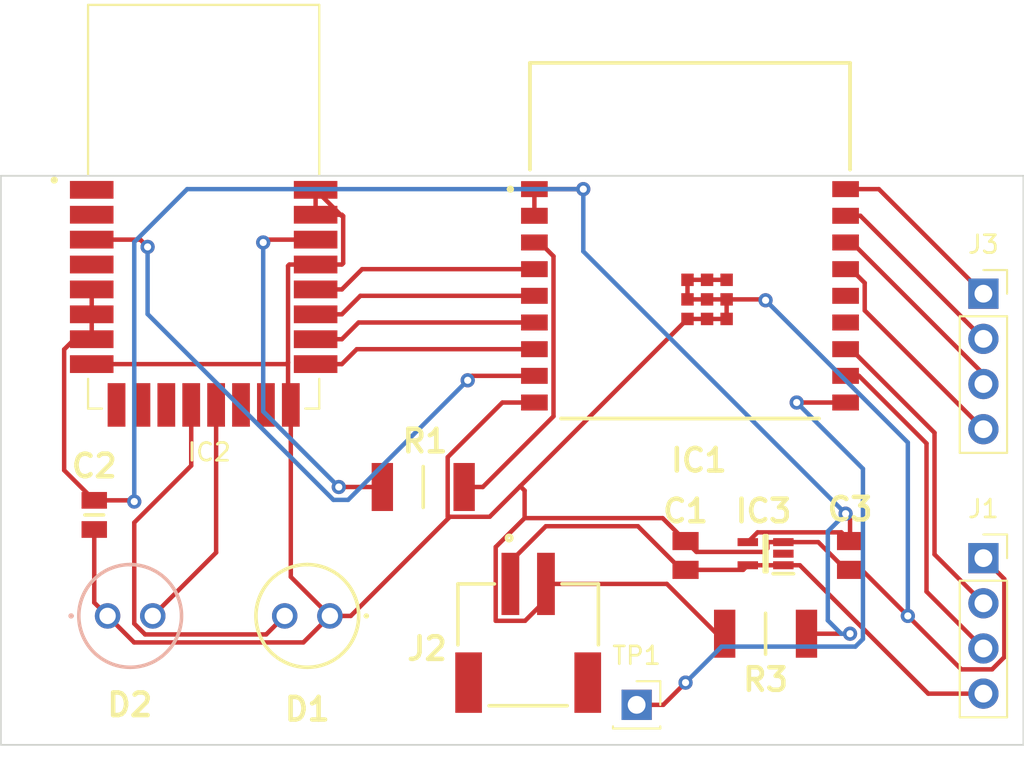
<source format=kicad_pcb>
(kicad_pcb (version 20221018) (generator pcbnew)
  (layers (0 "F.Cu" signal) (31 "B.Cu" signal) (34 "B.Paste" user) (35 "F.Paste" user) (36 "B.SilkS" user "B.Silkscreen") (37 "F.SilkS" user "F.Silkscreen") (38 "B.Mask" user) (39 "F.Mask" user) (44 "Edge.Cuts" user))
  (net 0 "")
  (net 1 "Net-(IC3-VIN)")
  (net 2 "GND")
  (net 3 "VDD")
  (net 4 "Net-(IC1-IO4)")
  (net 5 "Net-(IC1-IO5)")
  (net 6 "Net-(IC1-IO6)")
  (net 7 "Net-(IC1-IO7)")
  (net 8 "Net-(IC1-IO8)")
  (net 9 "Net-(IC1-IO9)")
  (net 10 "Net-(IC1-IO10)")
  (net 11 "Net-(IC1-RXD)")
  (net 12 "Net-(IC1-TXD)")
  (net 15 "Net-(IC1-IO0)")
  (net 16 "Net-(IC1-IO1)")
  (net 17 "Net-(IC1-IO2)")
  (net 18 "Net-(IC1-IO3)")
  (net 24 "Net-(D2-A)")
  (net 27 "Net-(D1-A)")
  (net 29 "Net-(IC2-GPIO8)")
  (footprint "Connector_PinSocket_2.54mm:PinSocket_1x01_P2.54mm_Vertical" (layer "F.Cu") (at 130.25 114.75)
    (fp_text reference "TP1" (at 0 -2.77) (layer "F.SilkS"))
    (fp_text value "Boot")
    (fp_line (start -1.33 1.21) (end -1.33 1.33) (stroke (width 0.12)) (layer "F.SilkS"))
    (fp_line (start -1.33 1.33) (end 1.33 1.33) (stroke (width 0.12)) (layer "F.SilkS"))
    (fp_line (start 0 -1.33) (end 1.33 -1.33) (stroke (width 0.12)) (layer "F.SilkS"))
    (fp_line (start 1.33 -1.33) (end 1.33 0) (stroke (width 0.12)) (layer "F.SilkS"))
    (fp_line (start 1.33 1.21) (end 1.33 1.33) (stroke (width 0.12)) (layer "F.SilkS"))
    (pad "1" thru_hole rect (at 0 0) (size 1.7 1.7) (drill 1) (layers "*.Cu" "*.Mask") (net 10 "Net-(IC1-IO10)"))
  )
  (footprint "led_footprint:QED123A4R0" (layer "F.Cu") (at 113 109.75)
    (fp_text reference "D1" (at -1.27 5.25) (layer "F.SilkS") (effects (font (size 1.27 1.27) (thickness 0.254))))
    (fp_text value "LED" hide)
    (fp_line (start -1.27 -2.888) (end -1.27 -2.888) (stroke (width 0.2)) (layer "F.SilkS"))
    (fp_line (start -1.27 2.888) (end -1.27 2.888) (stroke (width 0.2)) (layer "F.SilkS"))
    (fp_line (start 2 0) (end 2 0) (stroke (width 0.2)) (layer "F.SilkS"))
    (fp_line (start 2.1 0) (end 2.1 0) (stroke (width 0.2)) (layer "F.SilkS"))
    (fp_arc (start -1.27 -2.888) (mid 1.618 0) (end -1.27 2.888) (stroke (width 0.2)) (layer "F.SilkS"))
    (fp_arc (start -1.27 2.888) (mid -4.158 0) (end -1.27 -2.888) (stroke (width 0.2)) (layer "F.SilkS"))
    (fp_arc (start 2 0) (mid 2.05 -0.05) (end 2.1 0) (stroke (width 0.2)) (layer "F.SilkS"))
    (fp_arc (start 2.1 0) (mid 2.05 0.05) (end 2 0) (stroke (width 0.2)) (layer "F.SilkS"))
    (pad "1" thru_hole circle (at 0 0) (size 1.431 1.431) (drill 0.92) (layers "*.Cu" "*.Mask") (net 2 "GND"))
    (pad "2" thru_hole circle (at -2.54 0) (size 1.431 1.431) (drill 0.92) (layers "*.Cu" "*.Mask") (net 27 "Net-(D1-A)"))
  )
  (footprint "footprint:SOT65P210X110-5N" (layer "F.Cu") (at 137.5 106.25 180)
    (fp_text reference "IC3" (at 0.115 2.4) (layer "F.SilkS") (effects (font (size 1.27 1.27) (thickness 0.254))))
    (fp_text value "TC1017-3.3VLTTR" hide)
    (fp_line (start -1.575 -1.125) (end -0.425 -1.125) (stroke (width 0.2)) (layer "F.SilkS"))
    (fp_line (start -0.075 -1.012) (end 0.075 -1.012) (stroke (width 0.2)) (layer "F.SilkS"))
    (fp_line (start -0.075 1.012) (end -0.075 -1.012) (stroke (width 0.2)) (layer "F.SilkS"))
    (fp_line (start 0.075 -1.012) (end 0.075 1.012) (stroke (width 0.2)) (layer "F.SilkS"))
    (fp_line (start 0.075 1.012) (end -0.075 1.012) (stroke (width 0.2)) (layer "F.SilkS"))
    (pad "1" smd rect (at -1 -0.65 270) (size 0.45 1.15) (layers "F.Cu" "F.Paste" "F.Mask") (net 1 "Net-(IC3-VIN)"))
    (pad "2" smd rect (at -1 0 270) (size 0.45 1.15) (layers "F.Cu" "F.Paste" "F.Mask"))
    (pad "3" smd rect (at -1 0.65 270) (size 0.45 1.15) (layers "F.Cu" "F.Paste" "F.Mask") (net 2 "GND"))
    (pad "4" smd rect (at 1 0.65 270) (size 0.45 1.15) (layers "F.Cu" "F.Paste" "F.Mask") (net 3 "VDD"))
    (pad "5" smd rect (at 1 -0.65 270) (size 0.45 1.15) (layers "F.Cu" "F.Paste" "F.Mask") (net 1 "Net-(IC3-VIN)"))
  )
  (footprint "dwm3000_footprint:XCVR_DWM3000TR13" (layer "F.Cu") (at 105.9025 86.74)
    (fp_text reference "IC2" (at 0.315 13.8) (layer "F.SilkS"))
    (fp_text value "DWM3000TR13" hide)
    (fp_line (start -6.5 -11.35) (end 6.5 -11.35) (stroke (width 0.127)) (layer "F.SilkS"))
    (fp_line (start -6.5 -1.8) (end -6.5 -11.35) (stroke (width 0.127)) (layer "F.SilkS"))
    (fp_line (start -6.5 11.35) (end -6.5 9.68) (stroke (width 0.127)) (layer "F.SilkS"))
    (fp_line (start -5.72 11.35) (end -6.5 11.35) (stroke (width 0.127)) (layer "F.SilkS"))
    (fp_line (start 6.5 -11.35) (end 6.5 -1.8) (stroke (width 0.127)) (layer "F.SilkS"))
    (fp_line (start 6.5 9.68) (end 6.5 11.35) (stroke (width 0.127)) (layer "F.SilkS"))
    (fp_line (start 6.5 11.35) (end 5.72 11.35) (stroke (width 0.127)) (layer "F.SilkS"))
    (fp_circle (center -8.4 -1.5) (end -8.3 -1.5) (stroke (width 0.2)) (fill none) (layer "F.SilkS"))
    (pad "1" smd rect (at -6.295 -0.95) (size 2.45 1) (layers "F.Cu" "F.Paste" "F.Mask"))
    (pad "2" smd rect (at -6.295 0.45) (size 2.45 1) (layers "F.Cu" "F.Paste" "F.Mask"))
    (pad "3" smd rect (at -6.295 1.85) (size 2.45 1) (layers "F.Cu" "F.Paste" "F.Mask") (net 9 "Net-(IC1-IO9)"))
    (pad "4" smd rect (at -6.295 3.25) (size 2.45 1) (layers "F.Cu" "F.Paste" "F.Mask"))
    (pad "5" smd rect (at -6.295 4.65) (size 2.45 1) (layers "F.Cu" "F.Paste" "F.Mask") (net 3 "VDD"))
    (pad "6" smd rect (at -6.295 6.05) (size 2.45 1) (layers "F.Cu" "F.Paste" "F.Mask") (net 3 "VDD"))
    (pad "7" smd rect (at -6.295 7.45) (size 2.45 1) (layers "F.Cu" "F.Paste" "F.Mask") (net 3 "VDD"))
    (pad "8" smd rect (at -6.295 8.85) (size 2.45 1) (layers "F.Cu" "F.Paste" "F.Mask") (net 2 "GND"))
    (pad "9" smd rect (at -4.9 11.145) (size 1 2.45) (layers "F.Cu" "F.Paste" "F.Mask"))
    (pad "10" smd rect (at -3.5 11.145) (size 1 2.45) (layers "F.Cu" "F.Paste" "F.Mask"))
    (pad "11" smd rect (at -2.1 11.145) (size 1 2.45) (layers "F.Cu" "F.Paste" "F.Mask"))
    (pad "12" smd rect (at -0.7 11.145) (size 1 2.45) (layers "F.Cu" "F.Paste" "F.Mask") (net 27 "Net-(D1-A)"))
    (pad "13" smd rect (at 0.7 11.145) (size 1 2.45) (layers "F.Cu" "F.Paste" "F.Mask") (net 24 "Net-(D2-A)"))
    (pad "14" smd rect (at 2.1 11.145) (size 1 2.45) (layers "F.Cu" "F.Paste" "F.Mask"))
    (pad "15" smd rect (at 3.5 11.145) (size 1 2.45) (layers "F.Cu" "F.Paste" "F.Mask"))
    (pad "16" smd rect (at 4.9 11.145) (size 1 2.45) (layers "F.Cu" "F.Paste" "F.Mask") (net 2 "GND"))
    (pad "17" smd rect (at 6.295 8.85) (size 2.45 1) (layers "F.Cu" "F.Paste" "F.Mask") (net 8 "Net-(IC1-IO8)"))
    (pad "18" smd rect (at 6.295 7.45) (size 2.45 1) (layers "F.Cu" "F.Paste" "F.Mask") (net 7 "Net-(IC1-IO7)"))
    (pad "19" smd rect (at 6.295 6.05) (size 2.45 1) (layers "F.Cu" "F.Paste" "F.Mask") (net 6 "Net-(IC1-IO6)"))
    (pad "20" smd rect (at 6.295 4.65) (size 2.45 1) (layers "F.Cu" "F.Paste" "F.Mask") (net 5 "Net-(IC1-IO5)"))
    (pad "21" smd rect (at 6.295 3.25) (size 2.45 1) (layers "F.Cu" "F.Paste" "F.Mask") (net 2 "GND"))
    (pad "22" smd rect (at 6.295 1.85) (size 2.45 1) (layers "F.Cu" "F.Paste" "F.Mask") (net 29 "Net-(IC2-GPIO8)"))
    (pad "23" smd rect (at 6.295 0.45) (size 2.45 1) (layers "F.Cu" "F.Paste" "F.Mask") (net 2 "GND"))
    (pad "24" smd rect (at 6.295 -0.95) (size 2.45 1) (layers "F.Cu" "F.Paste" "F.Mask") (net 2 "GND"))
  )
  (footprint "Connector_PinSocket_2.54mm:PinSocket_1x04_P2.54mm_Vertical" (layer "F.Cu") (at 149.75 91.63)
    (fp_text reference "J3" (at 0 -2.77) (layer "F.SilkS"))
    (fp_text value "Conn_01x04_Pin" hide)
    (fp_line (start -1.33 1.27) (end -1.33 8.95) (stroke (width 0.12)) (layer "F.SilkS"))
    (fp_line (start -1.33 1.27) (end 1.33 1.27) (stroke (width 0.12)) (layer "F.SilkS"))
    (fp_line (start -1.33 8.95) (end 1.33 8.95) (stroke (width 0.12)) (layer "F.SilkS"))
    (fp_line (start 0 -1.33) (end 1.33 -1.33) (stroke (width 0.12)) (layer "F.SilkS"))
    (fp_line (start 1.33 -1.33) (end 1.33 0) (stroke (width 0.12)) (layer "F.SilkS"))
    (fp_line (start 1.33 1.27) (end 1.33 8.95) (stroke (width 0.12)) (layer "F.SilkS"))
    (pad "1" thru_hole rect (at 0 0) (size 1.7 1.7) (drill 1) (layers "*.Cu" "*.Mask") (net 15 "Net-(IC1-IO0)"))
    (pad "2" thru_hole oval (at 0 2.54) (size 1.7 1.7) (drill 1) (layers "*.Cu" "*.Mask") (net 16 "Net-(IC1-IO1)"))
    (pad "3" thru_hole oval (at 0 5.08) (size 1.7 1.7) (drill 1) (layers "*.Cu" "*.Mask") (net 17 "Net-(IC1-IO2)"))
    (pad "4" thru_hole oval (at 0 7.62) (size 1.7 1.7) (drill 1) (layers "*.Cu" "*.Mask") (net 18 "Net-(IC1-IO3)"))
  )
  (footprint "esp_32_c3_footprint:ESP32C3WROOM02N4" (layer "F.Cu") (at 134.21 91.95)
    (fp_text reference "IC1" (at -0.46 9.05) (layer "F.SilkS") (effects (font (size 1.27 1.27) (thickness 0.254))))
    (fp_text value "ESP32-C3-WROOM-02-N4" hide)
    (fp_line (start -11.16 -6.2) (end -11.16 -6.2) (stroke (width 0.2)) (layer "F.SilkS"))
    (fp_line (start -11.16 -6.2) (end -11.16 -6.2) (stroke (width 0.2)) (layer "F.SilkS"))
    (fp_line (start -10.96 -6.2) (end -10.96 -6.2) (stroke (width 0.2)) (layer "F.SilkS"))
    (fp_line (start -9.96 -13.3) (end -9.96 -13.3) (stroke (width 0.2)) (layer "F.SilkS"))
    (fp_line (start -9.96 -13.3) (end -9.96 -13.3) (stroke (width 0.2)) (layer "F.SilkS"))
    (fp_line (start -9.96 -13.3) (end -9.96 -7.3) (stroke (width 0.2)) (layer "F.SilkS"))
    (fp_line (start -9.96 -13.3) (end 8.04 -13.3) (stroke (width 0.2)) (layer "F.SilkS"))
    (fp_line (start -9.96 -7.3) (end -9.96 -13.3) (stroke (width 0.2)) (layer "F.SilkS"))
    (fp_line (start -9.96 -7.3) (end -9.96 -7.3) (stroke (width 0.2)) (layer "F.SilkS"))
    (fp_line (start -8.21 6.7) (end -8.21 6.7) (stroke (width 0.2)) (layer "F.SilkS"))
    (fp_line (start -8.21 6.7) (end 6.29 6.7) (stroke (width 0.2)) (layer "F.SilkS"))
    (fp_line (start 6.29 6.7) (end -8.21 6.7) (stroke (width 0.2)) (layer "F.SilkS"))
    (fp_line (start 6.29 6.7) (end 6.29 6.7) (stroke (width 0.2)) (layer "F.SilkS"))
    (fp_line (start 8.04 -13.3) (end -9.96 -13.3) (stroke (width 0.2)) (layer "F.SilkS"))
    (fp_line (start 8.04 -13.3) (end 8.04 -13.3) (stroke (width 0.2)) (layer "F.SilkS"))
    (fp_line (start 8.04 -13.3) (end 8.04 -13.3) (stroke (width 0.2)) (layer "F.SilkS"))
    (fp_line (start 8.04 -13.3) (end 8.04 -7.3) (stroke (width 0.2)) (layer "F.SilkS"))
    (fp_line (start 8.04 -7.3) (end 8.04 -13.3) (stroke (width 0.2)) (layer "F.SilkS"))
    (fp_line (start 8.04 -7.3) (end 8.04 -7.3) (stroke (width 0.2)) (layer "F.SilkS"))
    (fp_arc (start -11.16 -6.2) (mid -11.06 -6.3) (end -10.96 -6.2) (stroke (width 0.2)) (layer "F.SilkS"))
    (fp_arc (start -10.96 -6.2) (mid -11.06 -6.1) (end -11.16 -6.2) (stroke (width 0.2)) (layer "F.SilkS"))
    (fp_arc (start -10.96 -6.2) (mid -11.06 -6.1) (end -11.16 -6.2) (stroke (width 0.2)) (layer "F.SilkS"))
    (pad "1" smd rect (at -9.71 -6.2 90) (size 0.9 1.5) (layers "F.Cu" "F.Paste" "F.Mask") (net 3 "VDD"))
    (pad "2" smd rect (at -9.71 -4.7 90) (size 0.9 1.5) (layers "F.Cu" "F.Paste" "F.Mask") (net 3 "VDD"))
    (pad "3" smd rect (at -9.71 -3.2 90) (size 0.9 1.5) (layers "F.Cu" "F.Paste" "F.Mask") (net 4 "Net-(IC1-IO4)"))
    (pad "4" smd rect (at -9.71 -1.7 90) (size 0.9 1.5) (layers "F.Cu" "F.Paste" "F.Mask") (net 5 "Net-(IC1-IO5)"))
    (pad "5" smd rect (at -9.71 -0.2 90) (size 0.9 1.5) (layers "F.Cu" "F.Paste" "F.Mask") (net 6 "Net-(IC1-IO6)"))
    (pad "6" smd rect (at -9.71 1.3 90) (size 0.9 1.5) (layers "F.Cu" "F.Paste" "F.Mask") (net 7 "Net-(IC1-IO7)"))
    (pad "7" smd rect (at -9.71 2.8 90) (size 0.9 1.5) (layers "F.Cu" "F.Paste" "F.Mask") (net 8 "Net-(IC1-IO8)"))
    (pad "8" smd rect (at -9.71 4.3 90) (size 0.9 1.5) (layers "F.Cu" "F.Paste" "F.Mask") (net 9 "Net-(IC1-IO9)"))
    (pad "9" smd rect (at -9.71 5.8 90) (size 0.9 1.5) (layers "F.Cu" "F.Paste" "F.Mask") (net 2 "GND"))
    (pad "10" smd rect (at 7.79 5.8 90) (size 0.9 1.5) (layers "F.Cu" "F.Paste" "F.Mask") (net 10 "Net-(IC1-IO10)"))
    (pad "11" smd rect (at 7.79 4.3 90) (size 0.9 1.5) (layers "F.Cu" "F.Paste" "F.Mask") (net 11 "Net-(IC1-RXD)"))
    (pad "12" smd rect (at 7.79 2.8 90) (size 0.9 1.5) (layers "F.Cu" "F.Paste" "F.Mask") (net 12 "Net-(IC1-TXD)"))
    (pad "13" smd rect (at 7.79 1.3 90) (size 0.9 1.5) (layers "F.Cu" "F.Paste" "F.Mask"))
    (pad "14" smd rect (at 7.79 -0.2 90) (size 0.9 1.5) (layers "F.Cu" "F.Paste" "F.Mask"))
    (pad "15" smd rect (at 7.79 -1.7 90) (size 0.9 1.5) (layers "F.Cu" "F.Paste" "F.Mask") (net 18 "Net-(IC1-IO3)"))
    (pad "16" smd rect (at 7.79 -3.2 90) (size 0.9 1.5) (layers "F.Cu" "F.Paste" "F.Mask") (net 17 "Net-(IC1-IO2)"))
    (pad "17" smd rect (at 7.79 -4.7 90) (size 0.9 1.5) (layers "F.Cu" "F.Paste" "F.Mask") (net 16 "Net-(IC1-IO1)"))
    (pad "18" smd rect (at 7.79 -6.2 90) (size 0.9 1.5) (layers "F.Cu" "F.Paste" "F.Mask") (net 15 "Net-(IC1-IO0)"))
    (pad "19" smd rect (at 0 0 90) (size 0.7 0.7) (layers "F.Cu" "F.Paste" "F.Mask") (net 2 "GND"))
    (pad "20" smd rect (at 1.1 0 90) (size 0.7 0.7) (layers "F.Cu" "F.Paste" "F.Mask") (net 2 "GND"))
    (pad "21" smd rect (at 1.1 -1.1 90) (size 0.7 0.7) (layers "F.Cu" "F.Paste" "F.Mask") (net 2 "GND"))
    (pad "22" smd rect (at 0 -1.1 90) (size 0.7 0.7) (layers "F.Cu" "F.Paste" "F.Mask") (net 2 "GND"))
    (pad "23" smd rect (at -1.1 -1.1 90) (size 0.7 0.7) (layers "F.Cu" "F.Paste" "F.Mask") (net 2 "GND"))
    (pad "24" smd rect (at -1.1 0 90) (size 0.7 0.7) (layers "F.Cu" "F.Paste" "F.Mask") (net 2 "GND"))
    (pad "25" smd rect (at -1.1 1.1 90) (size 0.7 0.7) (layers "F.Cu" "F.Paste" "F.Mask") (net 2 "GND"))
    (pad "26" smd rect (at 0 1.1 90) (size 0.7 0.7) (layers "F.Cu" "F.Paste" "F.Mask") (net 2 "GND"))
    (pad "27" smd rect (at 1.1 1.1 90) (size 0.7 0.7) (layers "F.Cu" "F.Paste" "F.Mask") (net 2 "GND"))
  )
  (footprint "10uF_footprint:CAPC2012X140N" (layer "F.Cu") (at 99.75 104.07 -90)
    (fp_text reference "C2" (at -2.75 0 -180) (layer "F.SilkS") (effects (font (size 1.27 1.27) (thickness 0.254))))
    (fp_text value "10uF" hide)
    (fp_line (start 0 -0.525) (end 0 0.525) (stroke (width 0.2)) (layer "F.SilkS"))
    (pad "1" smd rect (at -0.82 0 270) (size 0.94 1.43) (layers "F.Cu" "F.Paste" "F.Mask") (net 3 "VDD"))
    (pad "2" smd rect (at 0.82 0 270) (size 0.94 1.43) (layers "F.Cu" "F.Paste" "F.Mask") (net 2 "GND"))
  )
  (footprint "Connector_PinSocket_2.54mm:PinSocket_1x04_P2.54mm_Vertical" (layer "F.Cu") (at 149.75 106.5)
    (fp_text reference "J1" (at 0 -2.77) (layer "F.SilkS"))
    (fp_text value "Conn_01x04_Pin" hide)
    (fp_line (start -1.33 1.27) (end -1.33 8.95) (stroke (width 0.12)) (layer "F.SilkS"))
    (fp_line (start -1.33 1.27) (end 1.33 1.27) (stroke (width 0.12)) (layer "F.SilkS"))
    (fp_line (start -1.33 8.95) (end 1.33 8.95) (stroke (width 0.12)) (layer "F.SilkS"))
    (fp_line (start 0 -1.33) (end 1.33 -1.33) (stroke (width 0.12)) (layer "F.SilkS"))
    (fp_line (start 1.33 -1.33) (end 1.33 0) (stroke (width 0.12)) (layer "F.SilkS"))
    (fp_line (start 1.33 1.27) (end 1.33 8.95) (stroke (width 0.12)) (layer "F.SilkS"))
    (pad "1" thru_hole rect (at 0 0) (size 1.7 1.7) (drill 1) (layers "*.Cu" "*.Mask") (net 2 "GND"))
    (pad "2" thru_hole oval (at 0 2.54) (size 1.7 1.7) (drill 1) (layers "*.Cu" "*.Mask") (net 12 "Net-(IC1-TXD)"))
    (pad "3" thru_hole oval (at 0 5.08) (size 1.7 1.7) (drill 1) (layers "*.Cu" "*.Mask") (net 11 "Net-(IC1-RXD)"))
    (pad "4" thru_hole oval (at 0 7.62) (size 1.7 1.7) (drill 1) (layers "*.Cu" "*.Mask") (net 1 "Net-(IC3-VIN)"))
  )
  (footprint "lipo_charger_footprint:1769" (layer "F.Cu") (at 124.15 107.95)
    (fp_text reference "J2" (at -5.685 3.641) (layer "F.SilkS") (effects (font (size 1.27 1.27) (thickness 0.254))))
    (fp_text value "1769" hide)
    (fp_line (start -3.95 0) (end -3.95 3.425) (stroke (width 0.2)) (layer "F.SilkS"))
    (fp_line (start -3.95 0) (end -1.9 0) (stroke (width 0.2)) (layer "F.SilkS"))
    (fp_line (start -2.196 6.849) (end 2.196 6.849) (stroke (width 0.2)) (layer "F.SilkS"))
    (fp_line (start 3.95 0) (end 1.9 0) (stroke (width 0.2)) (layer "F.SilkS"))
    (fp_line (start 3.95 0) (end 3.95 3.425) (stroke (width 0.2)) (layer "F.SilkS"))
    (fp_circle (center -1.069 -2.582) (end -1.069 -2.53) (stroke (width 0.2)) (fill none) (layer "F.SilkS"))
    (pad "1" smd rect (at -1 0) (size 1 3.5) (layers "F.Cu" "F.Paste" "F.Mask") (net 1 "Net-(IC3-VIN)"))
    (pad "2" smd rect (at 1 0) (size 1 3.5) (layers "F.Cu" "F.Paste" "F.Mask") (net 2 "GND"))
    (pad "3" smd rect (at -3.35 5.55) (size 1.5 3.4) (layers "F.Cu" "F.Paste" "F.Mask"))
    (pad "4" smd rect (at 3.35 5.55) (size 1.5 3.4) (layers "F.Cu" "F.Paste" "F.Mask"))
  )
  (footprint "100nF_footprint:CAPC2012X94N" (layer "F.Cu") (at 133 106.35 90)
    (fp_text reference "C1" (at 2.5 0 180) (layer "F.SilkS") (effects (font (size 1.27 1.27) (thickness 0.254))))
    (fp_text value "100nF" hide)
    (pad "1" smd rect (at -0.81 0 90) (size 1.02 1.47) (layers "F.Cu" "F.Paste" "F.Mask") (net 1 "Net-(IC3-VIN)"))
    (pad "2" smd rect (at 0.81 0 90) (size 1.02 1.47) (layers "F.Cu" "F.Paste" "F.Mask") (net 2 "GND"))
  )
  (footprint "100kOhm_footprint:RESC5025X65N" (layer "F.Cu") (at 137.5 110.75 180)
    (fp_text reference "R3" (at 0 -2.58) (layer "F.SilkS") (effects (font (size 1.27 1.27) (thickness 0.254))))
    (fp_text value "100k Ohm" hide)
    (fp_line (start 0 -1.15) (end 0 1.15) (stroke (width 0.2)) (layer "F.SilkS"))
    (pad "1" smd rect (at -2.3 0 180) (size 1.2 2.7) (layers "F.Cu" "F.Paste" "F.Mask") (net 3 "VDD"))
    (pad "2" smd rect (at 2.3 0 180) (size 1.2 2.7) (layers "F.Cu" "F.Paste" "F.Mask") (net 2 "GND"))
  )
  (footprint "100kOhm_footprint:RESC5025X65N" (layer "F.Cu") (at 118.25 102.5)
    (fp_text reference "R1" (at 0.1 -2.58) (layer "F.SilkS") (effects (font (size 1.27 1.27) (thickness 0.254))))
    (fp_text value "100k Ohm" hide)
    (fp_line (start 0 -1.15) (end 0 1.15) (stroke (width 0.2)) (layer "F.SilkS"))
    (pad "1" smd rect (at -2.3 0) (size 1.2 2.7) (layers "F.Cu" "F.Paste" "F.Mask") (net 29 "Net-(IC2-GPIO8)"))
    (pad "2" smd rect (at 2.3 0) (size 1.2 2.7) (layers "F.Cu" "F.Paste" "F.Mask") (net 4 "Net-(IC1-IO4)"))
  )
  (footprint "100nF_footprint:CAPC2012X94N" (layer "F.Cu") (at 142.25 106.35 -90)
    (fp_text reference "C3" (at -2.6 0) (layer "F.SilkS") (effects (font (size 1.27 1.27) (thickness 0.254))))
    (fp_text value "100nF" hide)
    (pad "1" smd rect (at -0.81 0 270) (size 1.02 1.47) (layers "F.Cu" "F.Paste" "F.Mask") (net 3 "VDD"))
    (pad "2" smd rect (at 0.81 0 270) (size 1.02 1.47) (layers "F.Cu" "F.Paste" "F.Mask") (net 2 "GND"))
  )
  (footprint "led_footprint:QED123A4R0" (layer "B.Cu") (at 100.5 109.75 180)
    (fp_text reference "D2" (at -1.25 -5) (layer "F.SilkS") (effects (font (size 1.27 1.27) (thickness 0.254))))
    (fp_text value "LED" hide)
    (fp_line (start -1.27 -2.888) (end -1.27 -2.888) (stroke (width 0.2)) (layer "B.SilkS"))
    (fp_line (start -1.27 2.888) (end -1.27 2.888) (stroke (width 0.2)) (layer "B.SilkS"))
    (fp_line (start 2 0) (end 2 0) (stroke (width 0.2)) (layer "B.SilkS"))
    (fp_line (start 2.1 0) (end 2.1 0) (stroke (width 0.2)) (layer "B.SilkS"))
    (fp_arc (start -1.27 -2.888) (mid 1.618 0) (end -1.27 2.888) (stroke (width 0.2)) (layer "B.SilkS"))
    (fp_arc (start -1.27 2.888) (mid -4.158 0) (end -1.27 -2.888) (stroke (width 0.2)) (layer "B.SilkS"))
    (fp_arc (start 2 0) (mid 2.05 -0.05) (end 2.1 0) (stroke (width 0.2)) (layer "B.SilkS"))
    (fp_arc (start 2.1 0) (mid 2.05 0.05) (end 2 0) (stroke (width 0.2)) (layer "B.SilkS"))
    (pad "1" thru_hole circle (at 0 0 180) (size 1.431 1.431) (drill 0.92) (layers "*.Cu" "*.Mask") (net 2 "GND"))
    (pad "2" thru_hole circle (at -2.54 0 180) (size 1.431 1.431) (drill 0.92) (layers "*.Cu" "*.Mask") (net 24 "Net-(D2-A)"))
  )
  (gr_rect (start 94.5 85) (end 152 117) (stroke (width 0.1)) (fill none) (layer "Edge.Cuts"))
  (segment (start 123.15 106.7) (end 125.145 104.705) (width 0.25) (layer "F.Cu") (net 1))
  (segment (start 138.5 106.9) (end 136.5 106.9) (width 0.25) (layer "F.Cu") (net 1))
  (segment (start 130.32 104.705) (end 132.775 107.16) (width 0.25) (layer "F.Cu") (net 1))
  (segment (start 132.775 107.16) (end 133 107.16) (width 0.25) (layer "F.Cu") (net 1))
  (segment (start 139.425305 106.9) (end 138.5 106.9) (width 0.25) (layer "F.Cu") (net 1))
  (segment (start 133 107.16) (end 136.24 107.16) (width 0.25) (layer "F.Cu") (net 1))
  (segment (start 146.645305 114.12) (end 139.425305 106.9) (width 0.25) (layer "F.Cu") (net 1))
  (segment (start 136.24 107.16) (end 136.5 106.9) (width 0.25) (layer "F.Cu") (net 1))
  (segment (start 149.75 114.12) (end 146.645305 114.12) (width 0.25) (layer "F.Cu") (net 1))
  (segment (start 125.145 104.705) (end 130.32 104.705) (width 0.25) (layer "F.Cu") (net 1))
  (segment (start 123.15 107.95) (end 123.15 106.7) (width 0.25) (layer "F.Cu") (net 1))
  (segment (start 123.705 102.455) (end 133.11 93.05) (width 0.25) (layer "F.Cu") (net 2))
  (segment (start 149.75 106.5) (end 150.925 107.675) (width 0.25) (layer "F.Cu") (net 2))
  (segment (start 137.6 105.95) (end 137.4 106.15) (width 0.25) (layer "F.Cu") (net 2))
  (segment (start 125.15 108.85) (end 125.15 107.95) (width 0.25) (layer "F.Cu") (net 2))
  (segment (start 113.6725 89.99) (end 112.1975 89.99) (width 0.25) (layer "F.Cu") (net 2))
  (segment (start 131.95 107.95) (end 125.15 107.95) (width 0.25) (layer "F.Cu") (net 2))
  (segment (start 111.5095 111.2405) (end 101.9905 111.2405) (width 0.25) (layer "F.Cu") (net 2))
  (segment (start 101.9905 111.2405) (end 99.75 109) (width 0.25) (layer "F.Cu") (net 2))
  (segment (start 142.91 107.16) (end 142.25 107.16) (width 0.25) (layer "F.Cu") (net 2))
  (segment (start 124.5 97.75) (end 122.7 97.75) (width 0.25) (layer "F.Cu") (net 2))
  (segment (start 142.25 107.16) (end 142.025 107.16) (width 0.25) (layer "F.Cu") (net 2))
  (segment (start 135.31 91.95) (end 137.45 91.95) (width 0.25) (layer "F.Cu") (net 2))
  (segment (start 123.95 102.7) (end 123.705 102.455) (width 0.25) (layer "F.Cu") (net 2))
  (segment (start 135.31 90.85) (end 134.21 90.85) (width 0.25) (layer "F.Cu") (net 2))
  (segment (start 145.5 109.75) (end 142.91 107.16) (width 0.25) (layer "F.Cu") (net 2))
  (segment (start 113.7475 89.915) (end 113.6725 89.99) (width 0.25) (layer "F.Cu") (net 2))
  (segment (start 123.95 104.25) (end 122.325 105.875) (width 0.25) (layer "F.Cu") (net 2))
  (segment (start 134.75 110.75) (end 131.95 107.95) (width 0.25) (layer "F.Cu") (net 2))
  (segment (start 113.7475 87.265) (end 113.7475 89.915) (width 0.25) (layer "F.Cu") (net 2))
  (segment (start 133.61 106.15) (end 133 105.54) (width 0.25) (layer "F.Cu") (net 2))
  (segment (start 134.21 91.95) (end 135.31 91.95) (width 0.25) (layer "F.Cu") (net 2))
  (segment (start 133.11 90.85) (end 133.11 91.95) (width 0.25) (layer "F.Cu") (net 2))
  (segment (start 131.71 104.25) (end 133 105.54) (width 0.25) (layer "F.Cu") (net 2))
  (segment (start 137.4 106.15) (end 133.61 106.15) (width 0.25) (layer "F.Cu") (net 2))
  (segment (start 110.6475 97.73) (end 110.6475 95.5) (width 0.25) (layer "F.Cu") (net 2))
  (segment (start 121.985 104.175) (end 123.705 102.455) (width 0.25) (layer "F.Cu") (net 2))
  (segment (start 112.1975 87.19) (end 113.6725 87.19) (width 0.25) (layer "F.Cu") (net 2))
  (segment (start 122.7 97.75) (end 119.625 100.825) (width 0.25) (layer "F.Cu") (net 2))
  (segment (start 112.1975 87.19) (end 112.1975 85.79) (width 0.25) (layer "F.Cu") (net 2))
  (segment (start 123.95 104.25) (end 131.71 104.25) (width 0.25) (layer "F.Cu") (net 2))
  (segment (start 110.6475 95.5) (end 110.6475 90.065) (width 0.25) (layer "F.Cu") (net 2))
  (segment (start 99.75 109) (end 99.75 104.89) (width 0.25) (layer "F.Cu") (net 2))
  (segment (start 110.8025 97.885) (end 110.6475 97.73) (width 0.25) (layer "F.Cu") (net 2))
  (segment (start 137.6 105.675) (end 137.6 105.95) (width 0.25) (layer "F.Cu") (net 2))
  (segment (start 119.75 104.175) (end 121.985 104.175) (width 0.25) (layer "F.Cu") (net 2))
  (segment (start 112.1975 85.79) (end 113.6575 87.25) (width 0.25) (layer "F.Cu") (net 2))
  (segment (start 137.675 105.6) (end 137.6 105.675) (width 0.25) (layer "F.Cu") (net 2))
  (segment (start 119.625 100.825) (end 119.625 104.175) (width 0.25) (layer "F.Cu") (net 2))
  (segment (start 122.325 105.875) (end 122.325 110.025) (width 0.25) (layer "F.Cu") (net 2))
  (segment (start 113 109.75) (end 110.8025 107.5525) (width 0.25) (layer "F.Cu") (net 2))
  (segment (start 148.505 112.755) (end 145.5 109.75) (width 0.25) (layer "F.Cu") (net 2))
  (segment (start 119.625 104.175) (end 119.75 104.175) (width 0.25) (layer "F.Cu") (net 2))
  (segment (start 150.236701 112.755) (end 148.505 112.755) (width 0.25) (layer "F.Cu") (net 2))
  (segment (start 110.6475 90.065) (end 110.7225 89.99) (width 0.25) (layer "F.Cu") (net 2))
  (segment (start 113 109.75) (end 114.175 109.75) (width 0.25) (layer "F.Cu") (net 2))
  (segment (start 122.325 110.025) (end 123.975 110.025) (width 0.25) (layer "F.Cu") (net 2))
  (segment (start 138.5 105.6) (end 137.675 105.6) (width 0.25) (layer "F.Cu") (net 2))
  (segment (start 123.95 104.25) (end 123.95 102.7) (width 0.25) (layer "F.Cu") (net 2))
  (segment (start 135.2 110.75) (end 134.75 110.75) (width 0.25) (layer "F.Cu") (net 2))
  (segment (start 135.31 93.05) (end 134.21 93.05) (width 0.25) (layer "F.Cu") (net 2))
  (segment (start 99.6075 95.59) (end 110.5575 95.59) (width 0.25) (layer "F.Cu") (net 2))
  (segment (start 140.465 105.6) (end 138.5 105.6) (width 0.25) (layer "F.Cu") (net 2))
  (segment (start 113.6725 87.19) (end 113.7475 87.265) (width 0.25) (layer "F.Cu") (net 2))
  (segment (start 142.025 107.16) (end 140.465 105.6) (width 0.25) (layer "F.Cu") (net 2))
  (segment (start 110.8025 107.5525) (end 110.8025 97.885) (width 0.25) (layer "F.Cu") (net 2))
  (segment (start 110.7225 89.99) (end 112.1975 89.99) (width 0.25) (layer "F.Cu") (net 2))
  (segment (start 133.11 91.95) (end 134.21 91.95) (width 0.25) (layer "F.Cu") (net 2))
  (segment (start 150.925 107.675) (end 150.925 112.066701) (width 0.25) (layer "F.Cu") (net 2))
  (segment (start 135.31 91.95) (end 135.31 93.05) (width 0.25) (layer "F.Cu") (net 2))
  (segment (start 150.925 112.066701) (end 150.236701 112.755) (width 0.25) (layer "F.Cu") (net 2))
  (segment (start 113 109.75) (end 111.5095 111.2405) (width 0.25) (layer "F.Cu") (net 2))
  (segment (start 134.21 93.05) (end 133.11 93.05) (width 0.25) (layer "F.Cu") (net 2))
  (segment (start 114.175 109.75) (end 119.75 104.175) (width 0.25) (layer "F.Cu") (net 2))
  (segment (start 110.5575 95.59) (end 110.6475 95.5) (width 0.25) (layer "F.Cu") (net 2))
  (segment (start 123.975 110.025) (end 125.15 108.85) (width 0.25) (layer "F.Cu") (net 2))
  (segment (start 137.45 91.95) (end 137.5 92) (width 0.25) (layer "F.Cu") (net 2))
  (segment (start 133.11 90.85) (end 134.21 90.85) (width 0.25) (layer "F.Cu") (net 2))
  (via blind (at 137.5 92) (size 0.8) (drill 0.4) (layers "F.Cu" "B.Cu") (net 2))
  (via blind (at 145.5 109.75) (size 0.8) (drill 0.4) (layers "F.Cu" "B.Cu") (net 2))
  (segment (start 145.5 109.75) (end 145.5 100) (width 0.25) (layer "B.Cu") (net 2))
  (segment (start 145.5 100) (end 137.5 92) (width 0.25) (layer "B.Cu") (net 2))
  (segment (start 124.5 85.75) (end 127.25 85.75) (width 0.25) (layer "F.Cu") (net 3))
  (segment (start 124.5 87.25) (end 124.5 85.75) (width 0.25) (layer "F.Cu") (net 3))
  (segment (start 142.25 104.25) (end 142 104) (width 0.25) (layer "F.Cu") (net 3))
  (segment (start 101.93 103.25) (end 102 103.32) (width 0.25) (layer "F.Cu") (net 3))
  (segment (start 139.8 110.75) (end 142.25 110.75) (width 0.25) (layer "F.Cu") (net 3))
  (segment (start 98.0575 94.765) (end 98.6325 94.19) (width 0.25) (layer "F.Cu") (net 3))
  (segment (start 99.75 103.25) (end 101.93 103.25) (width 0.25) (layer "F.Cu") (net 3))
  (segment (start 99.6075 94.19) (end 99.6075 92.79) (width 0.25) (layer "F.Cu") (net 3))
  (segment (start 98.0575 101.5575) (end 98.0575 94.765) (width 0.25) (layer "F.Cu") (net 3))
  (segment (start 137.05 105.05) (end 136.5 105.6) (width 0.25) (layer "F.Cu") (net 3))
  (segment (start 98.6325 94.19) (end 99.6075 94.19) (width 0.25) (layer "F.Cu") (net 3))
  (segment (start 142.25 105.54) (end 141.76 105.05) (width 0.25) (layer "F.Cu") (net 3))
  (segment (start 141.76 105.05) (end 137.05 105.05) (width 0.25) (layer "F.Cu") (net 3))
  (segment (start 142.25 105.54) (end 142.25 104.25) (width 0.25) (layer "F.Cu") (net 3))
  (segment (start 99.6075 92.79) (end 99.6075 91.39) (width 0.25) (layer "F.Cu") (net 3))
  (segment (start 99.75 103.25) (end 98.0575 101.5575) (width 0.25) (layer "F.Cu") (net 3))
  (via blind (at 142 104) (size 0.8) (drill 0.4) (layers "F.Cu" "B.Cu") (net 3))
  (via blind (at 102 103.32) (size 0.8) (drill 0.4) (layers "F.Cu" "B.Cu") (net 3))
  (via blind (at 127.25 85.75) (size 0.8) (drill 0.4) (layers "F.Cu" "B.Cu") (net 3))
  (via blind (at 142.25 110.75) (size 0.8) (drill 0.4) (layers "F.Cu" "B.Cu") (net 3))
  (segment (start 127.25 89.25) (end 127.25 85.75) (width 0.25) (layer "B.Cu") (net 3))
  (segment (start 102 103.32) (end 102 88.724695) (width 0.25) (layer "B.Cu") (net 3))
  (segment (start 102 88.724695) (end 104.974695 85.75) (width 0.25) (layer "B.Cu") (net 3))
  (segment (start 104.974695 85.75) (end 127.25 85.75) (width 0.25) (layer "B.Cu") (net 3))
  (segment (start 142 104) (end 141 105) (width 0.25) (layer "B.Cu") (net 3))
  (segment (start 141 110) (end 141.75 110.75) (width 0.25) (layer "B.Cu") (net 3))
  (segment (start 141.75 110.75) (end 142.25 110.75) (width 0.25) (layer "B.Cu") (net 3))
  (segment (start 142 104) (end 127.25 89.25) (width 0.25) (layer "B.Cu") (net 3))
  (segment (start 141 105) (end 141 110) (width 0.25) (layer "B.Cu") (net 3))
  (segment (start 125.575 89.525) (end 124.8 88.75) (width 0.25) (layer "F.Cu") (net 4))
  (segment (start 124.8 88.75) (end 124.5 88.75) (width 0.25) (layer "F.Cu") (net 4))
  (segment (start 125.575 98.525) (end 125.575 89.525) (width 0.25) (layer "F.Cu") (net 4))
  (segment (start 120.55 102.5) (end 121.6 102.5) (width 0.25) (layer "F.Cu") (net 4))
  (segment (start 121.6 102.5) (end 125.575 98.525) (width 0.25) (layer "F.Cu") (net 4))
  (segment (start 113.6725 91.39) (end 114.8125 90.25) (width 0.25) (layer "F.Cu") (net 5))
  (segment (start 114.8125 90.25) (end 124.5 90.25) (width 0.25) (layer "F.Cu") (net 5))
  (segment (start 112.1975 91.39) (end 113.6725 91.39) (width 0.25) (layer "F.Cu") (net 5))
  (segment (start 114.7125 91.75) (end 124.5 91.75) (width 0.25) (layer "F.Cu") (net 6))
  (segment (start 113.6725 92.79) (end 114.7125 91.75) (width 0.25) (layer "F.Cu") (net 6))
  (segment (start 112.1975 92.79) (end 113.6725 92.79) (width 0.25) (layer "F.Cu") (net 6))
  (segment (start 112.1975 94.19) (end 113.6725 94.19) (width 0.25) (layer "F.Cu") (net 7))
  (segment (start 114.6125 93.25) (end 124.5 93.25) (width 0.25) (layer "F.Cu") (net 7))
  (segment (start 113.6725 94.19) (end 114.6125 93.25) (width 0.25) (layer "F.Cu") (net 7))
  (segment (start 114.5125 94.75) (end 124.5 94.75) (width 0.25) (layer "F.Cu") (net 8))
  (segment (start 113.6725 95.59) (end 114.5125 94.75) (width 0.25) (layer "F.Cu") (net 8))
  (segment (start 112.1975 95.59) (end 113.6725 95.59) (width 0.25) (layer "F.Cu") (net 8))
  (segment (start 120.75 96.5) (end 121 96.25) (width 0.25) (layer "F.Cu") (net 9))
  (segment (start 121 96.25) (end 124.5 96.25) (width 0.25) (layer "F.Cu") (net 9))
  (segment (start 102.75 89) (end 102.34 88.59) (width 0.25) (layer "F.Cu") (net 9))
  (segment (start 102.34 88.59) (end 99.6075 88.59) (width 0.25) (layer "F.Cu") (net 9))
  (via blind (at 120.75 96.5) (size 0.8) (drill 0.4) (layers "F.Cu" "B.Cu") (net 9))
  (via blind (at 102.75 89) (size 0.8) (drill 0.4) (layers "F.Cu" "B.Cu") (net 9))
  (segment (start 114.025 103.225) (end 113.199695 103.225) (width 0.25) (layer "B.Cu") (net 9))
  (segment (start 102.75 92.775305) (end 102.75 89) (width 0.25) (layer "B.Cu") (net 9))
  (segment (start 120.75 96.5) (end 114.025 103.225) (width 0.25) (layer "B.Cu") (net 9))
  (segment (start 113.199695 103.225) (end 102.75 92.775305) (width 0.25) (layer "B.Cu") (net 9))
  (segment (start 131.75 114.75) (end 133 113.5) (width 0.25) (layer "F.Cu") (net 10))
  (segment (start 139.25 97.75) (end 142 97.75) (width 0.25) (layer "F.Cu") (net 10))
  (segment (start 130.25 114.75) (end 131.75 114.75) (width 0.25) (layer "F.Cu") (net 10))
  (via blind (at 133 113.5) (size 0.8) (drill 0.4) (layers "F.Cu" "B.Cu") (net 10))
  (via blind (at 139.25 97.75) (size 0.8) (drill 0.4) (layers "F.Cu" "B.Cu") (net 10))
  (segment (start 142.975 101.475) (end 139.25 97.75) (width 0.25) (layer "B.Cu") (net 10))
  (segment (start 133 113.5) (end 135.025 111.475) (width 0.25) (layer "B.Cu") (net 10))
  (segment (start 135.025 111.475) (end 142.550305 111.475) (width 0.25) (layer "B.Cu") (net 10))
  (segment (start 142.975 111.050305) (end 142.975 101.475) (width 0.25) (layer "B.Cu") (net 10))
  (segment (start 142.550305 111.475) (end 142.975 111.050305) (width 0.25) (layer "B.Cu") (net 10))
  (segment (start 146.55 108.38) (end 146.55 100.05) (width 0.25) (layer "F.Cu") (net 11))
  (segment (start 142.75 96.25) (end 142 96.25) (width 0.25) (layer "F.Cu") (net 11))
  (segment (start 149.75 111.58) (end 146.55 108.38) (width 0.25) (layer "F.Cu") (net 11))
  (segment (start 146.55 100.05) (end 142.75 96.25) (width 0.25) (layer "F.Cu") (net 11))
  (segment (start 149.75 109.04) (end 147 106.29) (width 0.25) (layer "F.Cu") (net 12))
  (segment (start 142.3 94.75) (end 142 94.75) (width 0.25) (layer "F.Cu") (net 12))
  (segment (start 147 99.45) (end 142.3 94.75) (width 0.25) (layer "F.Cu") (net 12))
  (segment (start 147 106.29) (end 147 99.45) (width 0.25) (layer "F.Cu") (net 12))
  (segment (start 143.87 85.75) (end 142 85.75) (width 0.25) (layer "F.Cu") (net 15))
  (segment (start 149.75 91.63) (end 143.87 85.75) (width 0.25) (layer "F.Cu") (net 15))
  (segment (start 149.75 94.17) (end 142.83 87.25) (width 0.25) (layer "F.Cu") (net 16))
  (segment (start 142.83 87.25) (end 142 87.25) (width 0.25) (layer "F.Cu") (net 16))
  (segment (start 149.75 96.15) (end 142.35 88.75) (width 0.25) (layer "F.Cu") (net 17))
  (segment (start 149.75 96.71) (end 149.75 96.15) (width 0.25) (layer "F.Cu") (net 17))
  (segment (start 142.35 88.75) (end 142 88.75) (width 0.25) (layer "F.Cu") (net 17))
  (segment (start 149.75 99.25) (end 143.075 92.575) (width 0.25) (layer "F.Cu") (net 18))
  (segment (start 142.3 90.25) (end 142 90.25) (width 0.25) (layer "F.Cu") (net 18))
  (segment (start 143.075 91.025) (end 142.3 90.25) (width 0.25) (layer "F.Cu") (net 18))
  (segment (start 143.075 92.575) (end 143.075 91.025) (width 0.25) (layer "F.Cu") (net 18))
  (segment (start 106.6025 106.1875) (end 106.6025 97.885) (width 0.25) (layer "F.Cu") (net 24))
  (segment (start 103.04 109.75) (end 106.6025 106.1875) (width 0.25) (layer "F.Cu") (net 24))
  (segment (start 102.60901 110.7905) (end 101.9995 110.18099) (width 0.25) (layer "F.Cu") (net 27))
  (segment (start 105.2025 101.2975) (end 105.2025 97.885) (width 0.25) (layer "F.Cu") (net 27))
  (segment (start 101.9995 110.18099) (end 101.9995 104.5005) (width 0.25) (layer "F.Cu") (net 27))
  (segment (start 109.4195 110.7905) (end 102.60901 110.7905) (width 0.25) (layer "F.Cu") (net 27))
  (segment (start 110.46 109.75) (end 109.4195 110.7905) (width 0.25) (layer "F.Cu") (net 27))
  (segment (start 101.9995 104.5005) (end 105.2025 101.2975) (width 0.25) (layer "F.Cu") (net 27))
  (segment (start 112.1975 88.59) (end 109.41 88.59) (width 0.25) (layer "F.Cu") (net 29))
  (segment (start 109.41 88.59) (end 109.25 88.75) (width 0.25) (layer "F.Cu") (net 29))
  (segment (start 113.5 102.5) (end 115.95 102.5) (width 0.25) (layer "F.Cu") (net 29))
  (via blind (at 109.25 88.75) (size 0.8) (drill 0.4) (layers "F.Cu" "B.Cu") (net 29))
  (via blind (at 113.5 102.5) (size 0.8) (drill 0.4) (layers "F.Cu" "B.Cu") (net 29))
  (segment (start 109.25 88.75) (end 109.25 98.25) (width 0.25) (layer "B.Cu") (net 29))
  (segment (start 109.25 98.25) (end 113.5 102.5) (width 0.25) (layer "B.Cu") (net 29))
)
</source>
